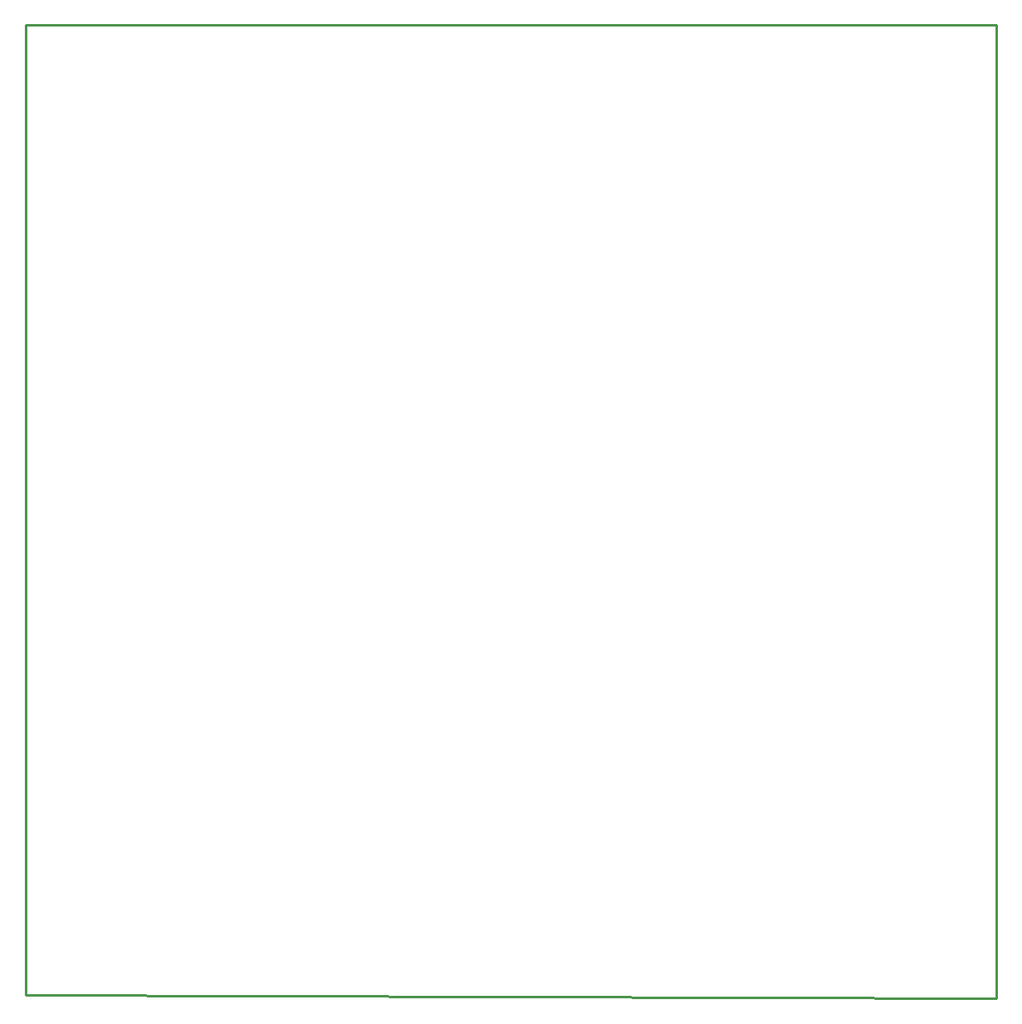
<source format=gko>
G04 Layer: BoardOutlineLayer*
G04 EasyEDA v6.5.5, 2022-06-01 22:10:18*
G04 81c8d0c65d2c47f1a3a576b13e5828a4,c96cdaf6a0e44fa3bb1e134f2b5c86cb,10*
G04 Gerber Generator version 0.2*
G04 Scale: 100 percent, Rotated: No, Reflected: No *
G04 Dimensions in millimeters *
G04 leading zeros omitted , absolute positions ,4 integer and 5 decimal *
%FSLAX45Y45*%
%MOMM*%

%ADD10C,0.2540*%
D10*
X9937495Y-62484D02*
G01*
X21336Y-25400D01*
X21336Y9875012D01*
X9937495Y9875012D01*
X9937495Y9687560D01*
X9937501Y9687499D02*
G01*
X9937501Y-50802D01*

%LPD*%
M02*

</source>
